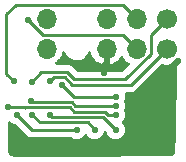
<source format=gbl>
%TF.GenerationSoftware,KiCad,Pcbnew,(6.0.5)*%
%TF.CreationDate,2022-06-13T10:30:57+10:00*%
%TF.ProjectId,1-Chip,312d4368-6970-42e6-9b69-6361645f7063,3.2*%
%TF.SameCoordinates,Original*%
%TF.FileFunction,Copper,L2,Bot*%
%TF.FilePolarity,Positive*%
%FSLAX46Y46*%
G04 Gerber Fmt 4.6, Leading zero omitted, Abs format (unit mm)*
G04 Created by KiCad (PCBNEW (6.0.5)) date 2022-06-13 10:30:57*
%MOMM*%
%LPD*%
G01*
G04 APERTURE LIST*
%TA.AperFunction,ComponentPad*%
%ADD10C,1.700000*%
%TD*%
%TA.AperFunction,ComponentPad*%
%ADD11O,1.700000X1.700000*%
%TD*%
%TA.AperFunction,ViaPad*%
%ADD12C,0.550000*%
%TD*%
%TA.AperFunction,Conductor*%
%ADD13C,0.500000*%
%TD*%
%TA.AperFunction,Conductor*%
%ADD14C,0.250000*%
%TD*%
%TA.AperFunction,Conductor*%
%ADD15C,0.254000*%
%TD*%
G04 APERTURE END LIST*
D10*
X148082000Y-99060000D03*
X148082000Y-96520000D03*
D11*
X145542000Y-99060000D03*
X145542000Y-96520000D03*
X143002000Y-99060000D03*
X143002000Y-96520000D03*
X137922000Y-99060000D03*
X137922000Y-96520000D03*
D12*
X142740000Y-101120000D03*
X149050000Y-100110000D03*
X136360000Y-96680000D03*
X145330000Y-105910000D03*
X139192000Y-102108000D03*
X136630000Y-103470000D03*
X134620000Y-104050000D03*
X143764000Y-103124000D03*
X143764000Y-103886000D03*
X143764000Y-104648000D03*
X138176000Y-101841000D03*
X136652000Y-101854000D03*
X138176000Y-104648000D03*
X136652000Y-104648000D03*
X135382000Y-104648000D03*
X140462000Y-105918000D03*
X143764000Y-105918000D03*
X141986000Y-105918000D03*
X147580000Y-100860000D03*
X135128000Y-101841000D03*
D13*
X142740000Y-100510000D02*
X142740000Y-101120000D01*
X143002000Y-100248000D02*
X142740000Y-100510000D01*
X143002000Y-99060000D02*
X143002000Y-100248000D01*
D14*
X139192000Y-102108000D02*
X140208000Y-103124000D01*
X140208000Y-103124000D02*
X143764000Y-103124000D01*
X140334282Y-103886000D02*
X143764000Y-103886000D01*
X140034141Y-103585859D02*
X140334282Y-103886000D01*
X136745859Y-103585859D02*
X140034141Y-103585859D01*
X136630000Y-103470000D02*
X136745859Y-103585859D01*
D13*
X148300000Y-100860000D02*
X147580000Y-100860000D01*
X149050000Y-100110000D02*
X148300000Y-100860000D01*
D14*
X136400000Y-96680000D02*
X137550000Y-97830000D01*
X136360000Y-96680000D02*
X136400000Y-96680000D01*
D15*
X137550000Y-97830000D02*
X136450000Y-96730000D01*
X137603489Y-97883489D02*
X137550000Y-97830000D01*
X144365489Y-97883489D02*
X137603489Y-97883489D01*
X145542000Y-99060000D02*
X144365489Y-97883489D01*
D14*
X139861053Y-104048489D02*
X134621511Y-104048489D01*
X140228013Y-104415449D02*
X139861053Y-104048489D01*
X143129718Y-104648000D02*
X142897167Y-104415449D01*
X143764000Y-104648000D02*
X143129718Y-104648000D01*
X142897167Y-104415449D02*
X140228013Y-104415449D01*
X144592530Y-101670480D02*
X140256198Y-101670480D01*
X139644687Y-101058969D02*
X137447031Y-101058969D01*
X146716511Y-99546499D02*
X144592530Y-101670480D01*
X140256198Y-101670480D02*
X139644687Y-101058969D01*
X137447031Y-101058969D02*
X136652000Y-101854000D01*
X146716511Y-97885489D02*
X146716511Y-99546499D01*
X148082000Y-96520000D02*
X146716511Y-97885489D01*
X134507479Y-101220479D02*
X135128000Y-101841000D01*
X144367489Y-95345489D02*
X135319750Y-95345489D01*
X135319750Y-95345489D02*
X134507479Y-96157760D01*
X134507479Y-96157760D02*
X134507479Y-101220479D01*
X145542000Y-96520000D02*
X144367489Y-95345489D01*
X140070000Y-102120000D02*
X145022000Y-102120000D01*
X139458489Y-101508489D02*
X140070000Y-102120000D01*
X138508511Y-101508489D02*
X139458489Y-101508489D01*
X145022000Y-102120000D02*
X148082000Y-99060000D01*
X138176000Y-101841000D02*
X138508511Y-101508489D01*
X134620000Y-104050000D02*
X134621511Y-104048489D01*
X136078489Y-104048489D02*
X136090000Y-104060000D01*
X135390000Y-104048489D02*
X136078489Y-104048489D01*
X134621511Y-104048489D02*
X135390000Y-104048489D01*
X138176000Y-104648000D02*
X138392969Y-104864969D01*
X138392969Y-104864969D02*
X138684000Y-104864969D01*
X136652000Y-105918000D02*
X140462000Y-105918000D01*
X135382000Y-104648000D02*
X136652000Y-105918000D01*
D15*
X137320489Y-105316489D02*
X136652000Y-104648000D01*
D14*
X143764000Y-105918000D02*
X142710969Y-104864969D01*
X142710969Y-104864969D02*
X138646969Y-104864969D01*
D15*
X141384489Y-105316489D02*
X137320489Y-105316489D01*
X141986000Y-105918000D02*
X141384489Y-105316489D01*
%TA.AperFunction,Conductor*%
G36*
X148924519Y-100218289D02*
G01*
X148973551Y-100269635D01*
X148987571Y-100330191D01*
X148852656Y-106540505D01*
X148828543Y-107650481D01*
X148827073Y-107667128D01*
X148822309Y-107697724D01*
X148823473Y-107706626D01*
X148823489Y-107706750D01*
X148823760Y-107737193D01*
X148816766Y-107799264D01*
X148810487Y-107826771D01*
X148783515Y-107903853D01*
X148771273Y-107929274D01*
X148727822Y-107998426D01*
X148710230Y-108020485D01*
X148652485Y-108078230D01*
X148630426Y-108095822D01*
X148561274Y-108139273D01*
X148535853Y-108151515D01*
X148458772Y-108178487D01*
X148431264Y-108184766D01*
X148375774Y-108191018D01*
X148360132Y-108190923D01*
X148360121Y-108191800D01*
X148351149Y-108191690D01*
X148342276Y-108190309D01*
X148333374Y-108191473D01*
X148333372Y-108191473D01*
X148322381Y-108192910D01*
X148310330Y-108194486D01*
X148294152Y-108195550D01*
X140098015Y-108205479D01*
X135177135Y-108211440D01*
X135157599Y-108209940D01*
X135143149Y-108207690D01*
X135143146Y-108207690D01*
X135134276Y-108206309D01*
X135125374Y-108207473D01*
X135125250Y-108207489D01*
X135094808Y-108207760D01*
X135074130Y-108205430D01*
X135032736Y-108200766D01*
X135005229Y-108194487D01*
X134928147Y-108167515D01*
X134902726Y-108155273D01*
X134833574Y-108111822D01*
X134811515Y-108094230D01*
X134753770Y-108036485D01*
X134736178Y-108014426D01*
X134692727Y-107945274D01*
X134680485Y-107919853D01*
X134653513Y-107842772D01*
X134647234Y-107815266D01*
X134641170Y-107761451D01*
X134640888Y-107736640D01*
X134641576Y-107732552D01*
X134641729Y-107720000D01*
X134637680Y-107691724D01*
X134636408Y-107674120D01*
X134634117Y-106551500D01*
X134631586Y-105310998D01*
X134651449Y-105242837D01*
X134705010Y-105196234D01*
X134775263Y-105185987D01*
X134839904Y-105215348D01*
X134848222Y-105223214D01*
X134874519Y-105250445D01*
X134874524Y-105250449D01*
X134879418Y-105255517D01*
X135026502Y-105351766D01*
X135033106Y-105354222D01*
X135184653Y-105410582D01*
X135184655Y-105410583D01*
X135191255Y-105413037D01*
X135218078Y-105416616D01*
X135282955Y-105445451D01*
X135290510Y-105452414D01*
X136148343Y-106310247D01*
X136155887Y-106318537D01*
X136160000Y-106325018D01*
X136165777Y-106330443D01*
X136209667Y-106371658D01*
X136212509Y-106374413D01*
X136232230Y-106394134D01*
X136235425Y-106396612D01*
X136244447Y-106404318D01*
X136276679Y-106434586D01*
X136283628Y-106438406D01*
X136294432Y-106444346D01*
X136310956Y-106455199D01*
X136326959Y-106467613D01*
X136367543Y-106485176D01*
X136378173Y-106490383D01*
X136416940Y-106511695D01*
X136424617Y-106513666D01*
X136424622Y-106513668D01*
X136436558Y-106516732D01*
X136455266Y-106523137D01*
X136473855Y-106531181D01*
X136481683Y-106532421D01*
X136481690Y-106532423D01*
X136517524Y-106538099D01*
X136529144Y-106540505D01*
X136564289Y-106549528D01*
X136571970Y-106551500D01*
X136592224Y-106551500D01*
X136611934Y-106553051D01*
X136631943Y-106556220D01*
X136639835Y-106555474D01*
X136675961Y-106552059D01*
X136687819Y-106551500D01*
X139961562Y-106551500D01*
X140030553Y-106572066D01*
X140106502Y-106621766D01*
X140113106Y-106624222D01*
X140264653Y-106680582D01*
X140264655Y-106680583D01*
X140271255Y-106683037D01*
X140278236Y-106683968D01*
X140278238Y-106683969D01*
X140438507Y-106705354D01*
X140438511Y-106705354D01*
X140445488Y-106706285D01*
X140452499Y-106705647D01*
X140452503Y-106705647D01*
X140613520Y-106690993D01*
X140620541Y-106690354D01*
X140627243Y-106688176D01*
X140627245Y-106688176D01*
X140781016Y-106638213D01*
X140781019Y-106638212D01*
X140787715Y-106636036D01*
X140938701Y-106546030D01*
X140943795Y-106541179D01*
X140943799Y-106541176D01*
X141034083Y-106455199D01*
X141065994Y-106424811D01*
X141118769Y-106345378D01*
X141173126Y-106299707D01*
X141243546Y-106290675D01*
X141307670Y-106321148D01*
X141331490Y-106349831D01*
X141361313Y-106399074D01*
X141366202Y-106404137D01*
X141366203Y-106404138D01*
X141405032Y-106444346D01*
X141483418Y-106525517D01*
X141630502Y-106621766D01*
X141637106Y-106624222D01*
X141788653Y-106680582D01*
X141788655Y-106680583D01*
X141795255Y-106683037D01*
X141802236Y-106683968D01*
X141802238Y-106683969D01*
X141962507Y-106705354D01*
X141962511Y-106705354D01*
X141969488Y-106706285D01*
X141976499Y-106705647D01*
X141976503Y-106705647D01*
X142137520Y-106690993D01*
X142144541Y-106690354D01*
X142151243Y-106688176D01*
X142151245Y-106688176D01*
X142305016Y-106638213D01*
X142305019Y-106638212D01*
X142311715Y-106636036D01*
X142462701Y-106546030D01*
X142467795Y-106541179D01*
X142467799Y-106541176D01*
X142558083Y-106455199D01*
X142589994Y-106424811D01*
X142687267Y-106278403D01*
X142749687Y-106114082D01*
X142750667Y-106107110D01*
X142752420Y-106100282D01*
X142754359Y-106100780D01*
X142779577Y-106045080D01*
X142839178Y-106006502D01*
X142910174Y-106006271D01*
X142970025Y-106044460D01*
X142994628Y-106087510D01*
X143003570Y-106114390D01*
X143048256Y-106248720D01*
X143051903Y-106254742D01*
X143051904Y-106254744D01*
X143123522Y-106372999D01*
X143139313Y-106399074D01*
X143144202Y-106404137D01*
X143144203Y-106404138D01*
X143183032Y-106444346D01*
X143261418Y-106525517D01*
X143408502Y-106621766D01*
X143415106Y-106624222D01*
X143566653Y-106680582D01*
X143566655Y-106680583D01*
X143573255Y-106683037D01*
X143580236Y-106683968D01*
X143580238Y-106683969D01*
X143740507Y-106705354D01*
X143740511Y-106705354D01*
X143747488Y-106706285D01*
X143754499Y-106705647D01*
X143754503Y-106705647D01*
X143915520Y-106690993D01*
X143922541Y-106690354D01*
X143929243Y-106688176D01*
X143929245Y-106688176D01*
X144083016Y-106638213D01*
X144083019Y-106638212D01*
X144089715Y-106636036D01*
X144240701Y-106546030D01*
X144245795Y-106541179D01*
X144245799Y-106541176D01*
X144336083Y-106455199D01*
X144367994Y-106424811D01*
X144465267Y-106278403D01*
X144527687Y-106114082D01*
X144537472Y-106044460D01*
X144551600Y-105943938D01*
X144551600Y-105943932D01*
X144552151Y-105940015D01*
X144552458Y-105918000D01*
X144532864Y-105743318D01*
X144475057Y-105577319D01*
X144381909Y-105428251D01*
X144370355Y-105416616D01*
X144326248Y-105372199D01*
X144292442Y-105309768D01*
X144297754Y-105238971D01*
X144328763Y-105192170D01*
X144335256Y-105185987D01*
X144367994Y-105154811D01*
X144465267Y-105008403D01*
X144527687Y-104844082D01*
X144552151Y-104670015D01*
X144552458Y-104648000D01*
X144532864Y-104473318D01*
X144475057Y-104307319D01*
X144477636Y-104306421D01*
X144468248Y-104248588D01*
X144475482Y-104219514D01*
X144525186Y-104088668D01*
X144525188Y-104088662D01*
X144527687Y-104082082D01*
X144552151Y-103908015D01*
X144552458Y-103886000D01*
X144532864Y-103711318D01*
X144475057Y-103545319D01*
X144477636Y-103544421D01*
X144468248Y-103486588D01*
X144475482Y-103457514D01*
X144525186Y-103326668D01*
X144525188Y-103326662D01*
X144527687Y-103320082D01*
X144552151Y-103146015D01*
X144552458Y-103124000D01*
X144532864Y-102949318D01*
X144522980Y-102920935D01*
X144519468Y-102850026D01*
X144554849Y-102788474D01*
X144617892Y-102755822D01*
X144641972Y-102753500D01*
X144943233Y-102753500D01*
X144954416Y-102754027D01*
X144961909Y-102755702D01*
X144969835Y-102755453D01*
X144969836Y-102755453D01*
X145029986Y-102753562D01*
X145033945Y-102753500D01*
X145061856Y-102753500D01*
X145065791Y-102753003D01*
X145065856Y-102752995D01*
X145077693Y-102752062D01*
X145109951Y-102751048D01*
X145113970Y-102750922D01*
X145121889Y-102750673D01*
X145141343Y-102745021D01*
X145160700Y-102741013D01*
X145172930Y-102739468D01*
X145172931Y-102739468D01*
X145180797Y-102738474D01*
X145188168Y-102735555D01*
X145188170Y-102735555D01*
X145221912Y-102722196D01*
X145233142Y-102718351D01*
X145267983Y-102708229D01*
X145267984Y-102708229D01*
X145275593Y-102706018D01*
X145282412Y-102701985D01*
X145282417Y-102701983D01*
X145293028Y-102695707D01*
X145310776Y-102687012D01*
X145329617Y-102679552D01*
X145340143Y-102671905D01*
X145365387Y-102653564D01*
X145375307Y-102647048D01*
X145406535Y-102628580D01*
X145406538Y-102628578D01*
X145413362Y-102624542D01*
X145427683Y-102610221D01*
X145442717Y-102597380D01*
X145452694Y-102590131D01*
X145459107Y-102585472D01*
X145487298Y-102551395D01*
X145495288Y-102542616D01*
X147626549Y-100411355D01*
X147688861Y-100377329D01*
X147740762Y-100376979D01*
X147920597Y-100413567D01*
X147925772Y-100413757D01*
X147925774Y-100413757D01*
X148138673Y-100421564D01*
X148138677Y-100421564D01*
X148143837Y-100421753D01*
X148148957Y-100421097D01*
X148148959Y-100421097D01*
X148360288Y-100394025D01*
X148360289Y-100394025D01*
X148365416Y-100393368D01*
X148370366Y-100391883D01*
X148574429Y-100330661D01*
X148574434Y-100330659D01*
X148579384Y-100329174D01*
X148779994Y-100230896D01*
X148784201Y-100227895D01*
X148784208Y-100227891D01*
X148788436Y-100224875D01*
X148855511Y-100201603D01*
X148924519Y-100218289D01*
G37*
%TD.AperFunction*%
%TA.AperFunction,Conductor*%
G36*
X143198121Y-98538991D02*
G01*
X143244614Y-98592647D01*
X143256000Y-98644989D01*
X143256000Y-100378517D01*
X143260064Y-100392359D01*
X143273478Y-100394393D01*
X143280184Y-100393534D01*
X143290262Y-100391392D01*
X143494255Y-100330191D01*
X143503842Y-100326433D01*
X143695095Y-100232739D01*
X143703945Y-100227464D01*
X143877328Y-100103792D01*
X143885200Y-100097139D01*
X144036052Y-99946812D01*
X144042730Y-99938965D01*
X144170022Y-99761819D01*
X144171279Y-99762722D01*
X144218373Y-99719362D01*
X144288311Y-99707145D01*
X144353751Y-99734678D01*
X144381579Y-99766511D01*
X144441987Y-99865088D01*
X144588250Y-100033938D01*
X144760126Y-100176632D01*
X144847115Y-100227464D01*
X144890741Y-100252957D01*
X144939464Y-100304596D01*
X144952535Y-100374379D01*
X144925803Y-100440151D01*
X144916265Y-100450840D01*
X144367030Y-101000075D01*
X144304718Y-101034101D01*
X144277935Y-101036980D01*
X140570793Y-101036980D01*
X140502672Y-101016978D01*
X140481697Y-101000075D01*
X140148334Y-100666711D01*
X140140800Y-100658432D01*
X140136687Y-100651951D01*
X140087035Y-100605325D01*
X140084194Y-100602571D01*
X140064457Y-100582834D01*
X140061260Y-100580354D01*
X140052238Y-100572649D01*
X140048084Y-100568748D01*
X140020008Y-100542383D01*
X140013062Y-100538564D01*
X140013059Y-100538562D01*
X140002253Y-100532621D01*
X139985734Y-100521770D01*
X139985270Y-100521410D01*
X139969728Y-100509355D01*
X139962459Y-100506210D01*
X139962455Y-100506207D01*
X139929150Y-100491795D01*
X139918500Y-100486578D01*
X139879747Y-100465274D01*
X139860124Y-100460236D01*
X139841421Y-100453832D01*
X139830107Y-100448936D01*
X139830106Y-100448936D01*
X139822832Y-100445788D01*
X139815009Y-100444549D01*
X139814999Y-100444546D01*
X139779163Y-100438870D01*
X139767543Y-100436464D01*
X139732398Y-100427441D01*
X139732397Y-100427441D01*
X139724717Y-100425469D01*
X139704463Y-100425469D01*
X139684752Y-100423918D01*
X139672573Y-100421989D01*
X139664744Y-100420749D01*
X139656852Y-100421495D01*
X139620726Y-100424910D01*
X139608868Y-100425469D01*
X138740837Y-100425469D01*
X138672716Y-100405467D01*
X138626223Y-100351811D01*
X138616119Y-100281537D01*
X138645613Y-100216957D01*
X138667669Y-100196890D01*
X138701279Y-100172916D01*
X138801860Y-100101173D01*
X138833225Y-100069918D01*
X138914803Y-99988624D01*
X138960096Y-99943489D01*
X139019594Y-99860689D01*
X139087435Y-99766277D01*
X139090453Y-99762077D01*
X139103995Y-99734678D01*
X139187136Y-99566453D01*
X139187137Y-99566451D01*
X139189430Y-99561811D01*
X139254325Y-99348217D01*
X139293266Y-99288853D01*
X139358120Y-99259966D01*
X139428296Y-99270727D01*
X139481514Y-99317721D01*
X139496002Y-99350116D01*
X139519783Y-99433050D01*
X139522602Y-99438535D01*
X139583412Y-99556857D01*
X139610187Y-99608956D01*
X139733035Y-99763953D01*
X139737728Y-99767947D01*
X139737729Y-99767948D01*
X139856112Y-99868699D01*
X139883650Y-99892136D01*
X140056294Y-99988624D01*
X140244392Y-100049740D01*
X140440777Y-100073158D01*
X140446912Y-100072686D01*
X140446914Y-100072686D01*
X140631830Y-100058457D01*
X140631834Y-100058456D01*
X140637972Y-100057984D01*
X140828463Y-100004798D01*
X140833967Y-100002018D01*
X140833969Y-100002017D01*
X140999495Y-99918404D01*
X140999497Y-99918403D01*
X141004996Y-99915625D01*
X141160847Y-99793861D01*
X141290078Y-99644145D01*
X141387769Y-99472179D01*
X141428374Y-99350116D01*
X141432619Y-99337355D01*
X141473100Y-99279031D01*
X141538688Y-99251851D01*
X141608559Y-99264446D01*
X141660529Y-99312816D01*
X141675094Y-99349426D01*
X141700565Y-99462446D01*
X141703645Y-99472275D01*
X141783770Y-99669603D01*
X141788413Y-99678794D01*
X141899694Y-99860388D01*
X141905777Y-99868699D01*
X142045213Y-100029667D01*
X142052580Y-100036883D01*
X142216434Y-100172916D01*
X142224881Y-100178831D01*
X142408756Y-100286279D01*
X142418042Y-100290729D01*
X142617001Y-100366703D01*
X142626899Y-100369579D01*
X142730250Y-100390606D01*
X142744299Y-100389410D01*
X142748000Y-100379065D01*
X142748000Y-98644989D01*
X142768002Y-98576868D01*
X142821658Y-98530375D01*
X142874000Y-98518989D01*
X143130000Y-98518989D01*
X143198121Y-98538991D01*
G37*
%TD.AperFunction*%
%TA.AperFunction,Conductor*%
G36*
X143198121Y-96286002D02*
G01*
X143244614Y-96339658D01*
X143256000Y-96392000D01*
X143256000Y-97121989D01*
X143235998Y-97190110D01*
X143182342Y-97236603D01*
X143130000Y-97247989D01*
X142874000Y-97247989D01*
X142805879Y-97227987D01*
X142759386Y-97174331D01*
X142748000Y-97121989D01*
X142748000Y-96392000D01*
X142768002Y-96323879D01*
X142821658Y-96277386D01*
X142874000Y-96266000D01*
X143130000Y-96266000D01*
X143198121Y-96286002D01*
G37*
%TD.AperFunction*%
M02*

</source>
